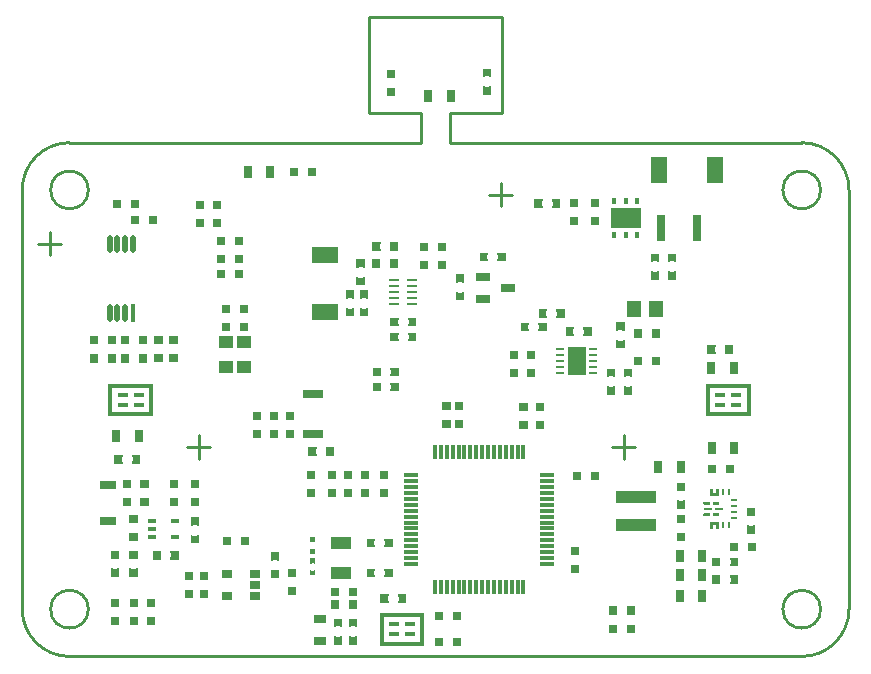
<source format=gbp>
G04 Layer_Color=128*
%FSLAX42Y42*%
%MOMM*%
G71*
G01*
G75*
%ADD15R,0.70X1.10*%
%ADD45R,0.35X2.80*%
%ADD46R,3.80X0.35*%
%ADD47R,0.95X0.45*%
%ADD48R,1.30X0.76*%
%ADD50C,0.25*%
%ADD69O,0.68X0.25*%
%ADD70R,1.65X2.38*%
%ADD73R,1.80X1.00*%
%ADD74R,0.24X0.60*%
%ADD78R,0.60X0.24*%
%ADD79R,0.75X0.40*%
%ADD80R,0.90X0.65*%
%ADD81O,0.45X1.50*%
%ADD82R,0.45X1.50*%
%ADD83R,0.30X1.19*%
%ADD84R,1.19X0.30*%
%ADD85O,1.00X0.25*%
%ADD86O,0.85X0.25*%
%ADD87R,0.45X0.50*%
%ADD88R,2.50X1.75*%
%ADD89R,1.70X0.80*%
%ADD90R,1.20X1.40*%
%ADD96R,1.20X1.10*%
%ADD97C,0.25*%
%ADD103R,1.10X0.70*%
%ADD180R,0.70X2.30*%
%ADD181R,2.30X1.40*%
%ADD182R,1.40X2.30*%
%ADD183R,3.50X1.00*%
%ADD184R,1.40X0.70*%
G36*
X5531Y861D02*
X5531Y861D01*
X5532Y860D01*
X5533Y860D01*
X5534Y859D01*
X5534Y858D01*
X5534Y857D01*
X5535Y856D01*
Y841D01*
X5534Y840D01*
X5534Y839D01*
X5534Y838D01*
X5533Y838D01*
X5532Y837D01*
X5531Y837D01*
X5531Y836D01*
X5530Y836D01*
X5468D01*
X5467Y836D01*
X5466Y837D01*
X5465Y837D01*
X5464Y838D01*
X5463Y838D01*
X5463Y839D01*
X5463Y840D01*
X5463Y841D01*
Y856D01*
X5463Y857D01*
X5463Y858D01*
X5463Y859D01*
X5464Y860D01*
X5465Y860D01*
X5466Y861D01*
X5467Y861D01*
X5468Y861D01*
X5530D01*
X5531Y861D01*
D02*
G37*
G36*
X5421Y911D02*
X5422Y911D01*
X5423Y910D01*
X5424Y910D01*
X5424Y909D01*
X5425Y908D01*
X5425Y907D01*
X5425Y906D01*
Y891D01*
X5425Y890D01*
X5425Y889D01*
X5424Y888D01*
X5424Y888D01*
X5423Y887D01*
X5422Y887D01*
X5421Y886D01*
X5420Y886D01*
X5373D01*
X5372Y886D01*
X5371Y887D01*
X5370Y887D01*
X5369Y888D01*
X5368Y888D01*
X5368Y889D01*
X5368Y890D01*
X5368Y891D01*
Y906D01*
X5368Y907D01*
X5368Y908D01*
X5368Y909D01*
X5369Y910D01*
X5370Y910D01*
X5371Y911D01*
X5372Y911D01*
X5373Y911D01*
X5420D01*
X5421Y911D01*
D02*
G37*
G36*
X5498D02*
X5499Y911D01*
X5500Y910D01*
X5501Y910D01*
X5502Y909D01*
X5502Y908D01*
X5502Y907D01*
X5503Y906D01*
Y891D01*
X5502Y890D01*
X5502Y889D01*
X5502Y888D01*
X5501Y888D01*
X5500Y887D01*
X5499Y887D01*
X5498Y886D01*
X5498Y886D01*
X5450D01*
X5449Y886D01*
X5448Y887D01*
X5447Y887D01*
X5446Y888D01*
X5446Y888D01*
X5445Y889D01*
X5445Y890D01*
X5445Y891D01*
Y906D01*
X5445Y907D01*
X5445Y908D01*
X5446Y909D01*
X5446Y910D01*
X5447Y910D01*
X5448Y911D01*
X5449Y911D01*
X5450Y911D01*
X5498D01*
X5498Y911D01*
D02*
G37*
G36*
Y811D02*
X5499Y811D01*
X5500Y810D01*
X5501Y810D01*
X5502Y809D01*
X5502Y808D01*
X5502Y807D01*
X5503Y806D01*
Y791D01*
X5502Y790D01*
X5502Y789D01*
X5502Y788D01*
X5501Y788D01*
X5500Y787D01*
X5499Y787D01*
X5498Y786D01*
X5498Y786D01*
X5450D01*
X5449Y786D01*
X5448Y787D01*
X5447Y787D01*
X5446Y788D01*
X5446Y788D01*
X5445Y789D01*
X5445Y790D01*
X5445Y791D01*
Y806D01*
X5445Y807D01*
X5445Y808D01*
X5446Y809D01*
X5446Y810D01*
X5447Y810D01*
X5448Y811D01*
X5449Y811D01*
X5450Y811D01*
X5498D01*
X5498Y811D01*
D02*
G37*
G36*
X5807Y789D02*
X5774Y793D01*
X5737Y789D01*
Y859D01*
X5807D01*
Y789D01*
D02*
G37*
G36*
X5439Y861D02*
X5439Y861D01*
X5440Y860D01*
X5441Y860D01*
X5442Y859D01*
X5442Y858D01*
X5442Y857D01*
X5443Y856D01*
Y841D01*
X5442Y840D01*
X5442Y839D01*
X5442Y838D01*
X5441Y838D01*
X5440Y837D01*
X5439Y837D01*
X5439Y836D01*
X5438Y836D01*
X5376D01*
X5375Y836D01*
X5374Y837D01*
X5373Y837D01*
X5372Y838D01*
X5371Y838D01*
X5371Y839D01*
X5371Y840D01*
X5371Y841D01*
Y856D01*
X5371Y857D01*
X5371Y858D01*
X5371Y859D01*
X5372Y860D01*
X5373Y860D01*
X5374Y861D01*
X5375Y861D01*
X5376Y861D01*
X5438D01*
X5439Y861D01*
D02*
G37*
G36*
X5211Y851D02*
X5141D01*
Y921D01*
X5176Y917D01*
X5211Y921D01*
Y851D01*
D02*
G37*
G36*
X1095Y875D02*
X1025D01*
Y945D01*
X1060Y941D01*
X1095Y945D01*
Y875D01*
D02*
G37*
G36*
X5494Y1019D02*
X5494Y1018D01*
X5495Y1018D01*
X5496Y1017D01*
X5497Y1016D01*
X5497Y1016D01*
X5497Y1015D01*
X5498Y1014D01*
Y979D01*
Y964D01*
X5497Y963D01*
X5497Y962D01*
X5497Y961D01*
X5497Y961D01*
X5496Y960D01*
X5496D01*
Y960D01*
X5495Y960D01*
X5495Y959D01*
X5494Y959D01*
X5494Y959D01*
X5493Y959D01*
X5428D01*
X5427Y959D01*
X5426Y959D01*
X5425Y959D01*
X5425Y960D01*
X5424Y960D01*
Y960D01*
X5424D01*
X5423Y961D01*
X5423Y961D01*
X5423Y962D01*
X5423Y963D01*
X5423Y964D01*
Y979D01*
Y1014D01*
X5423Y1015D01*
X5423Y1016D01*
X5423Y1016D01*
X5424Y1017D01*
X5425Y1018D01*
X5426Y1018D01*
X5427Y1019D01*
X5428Y1019D01*
X5443D01*
X5444Y1019D01*
X5444Y1018D01*
X5445Y1018D01*
X5446Y1017D01*
X5447Y1016D01*
X5447Y1016D01*
X5447Y1015D01*
X5448Y1014D01*
Y984D01*
X5473D01*
Y1014D01*
X5473Y1015D01*
X5473Y1016D01*
X5473Y1016D01*
X5474Y1017D01*
X5475Y1018D01*
X5476Y1018D01*
X5477Y1019D01*
X5478Y1019D01*
X5493D01*
X5494Y1019D01*
D02*
G37*
G36*
X5211Y1001D02*
X5178Y1005D01*
X5141Y1001D01*
Y1071D01*
X5211D01*
Y1001D01*
D02*
G37*
G36*
X523Y875D02*
X453D01*
Y945D01*
X486Y941D01*
X523Y945D01*
Y875D01*
D02*
G37*
G36*
X920D02*
X850D01*
Y945D01*
X883Y941D01*
X920Y945D01*
Y875D01*
D02*
G37*
G36*
X670Y875D02*
X600D01*
Y945D01*
X635Y941D01*
X670Y945D01*
Y875D01*
D02*
G37*
G36*
X2082Y568D02*
X2060Y571D01*
X2038Y568D01*
Y612D01*
X2082D01*
Y568D01*
D02*
G37*
G36*
X1095Y558D02*
X1025D01*
Y628D01*
X1058Y624D01*
X1095Y628D01*
Y558D01*
D02*
G37*
G36*
X578Y578D02*
X508D01*
Y648D01*
X541Y644D01*
X578Y648D01*
Y578D01*
D02*
G37*
G36*
X2735Y525D02*
X2665D01*
X2669Y560D01*
X2665Y595D01*
X2735D01*
Y525D01*
D02*
G37*
G36*
X1366Y575D02*
X1370Y540D01*
X1300D01*
Y610D01*
X1370D01*
X1366Y575D01*
D02*
G37*
G36*
X1520Y540D02*
X1450D01*
X1454Y573D01*
X1450Y610D01*
X1520D01*
Y540D01*
D02*
G37*
G36*
X5211Y579D02*
X5141D01*
Y649D01*
X5174Y645D01*
X5211Y649D01*
Y579D01*
D02*
G37*
G36*
X578Y728D02*
X543Y732D01*
X508Y728D01*
Y798D01*
X578D01*
Y728D01*
D02*
G37*
G36*
X5211Y729D02*
X5176Y733D01*
X5141Y729D01*
Y799D01*
X5211D01*
Y729D01*
D02*
G37*
G36*
X5421Y811D02*
X5422Y811D01*
X5423Y810D01*
X5424Y810D01*
X5424Y809D01*
X5425Y808D01*
X5425Y807D01*
X5425Y806D01*
Y791D01*
X5425Y790D01*
X5425Y789D01*
X5424Y788D01*
X5424Y788D01*
X5423Y787D01*
X5422Y787D01*
X5421Y786D01*
X5420Y786D01*
X5373D01*
X5372Y786D01*
X5371Y787D01*
X5370Y787D01*
X5369Y788D01*
X5368Y788D01*
X5368Y789D01*
X5368Y790D01*
X5368Y791D01*
Y806D01*
X5368Y807D01*
X5368Y808D01*
X5368Y809D01*
X5369Y810D01*
X5370Y810D01*
X5371Y811D01*
X5372Y811D01*
X5373Y811D01*
X5420D01*
X5421Y811D01*
D02*
G37*
G36*
X5494Y739D02*
X5494Y738D01*
X5495Y738D01*
X5495Y738D01*
X5496Y737D01*
Y737D01*
X5496D01*
X5497Y736D01*
X5497Y736D01*
X5497Y736D01*
X5497Y735D01*
X5498Y734D01*
Y684D01*
X5497Y683D01*
X5497Y682D01*
X5497Y681D01*
X5496Y680D01*
X5495Y680D01*
X5494Y679D01*
X5494Y679D01*
X5493Y679D01*
X5478D01*
X5477Y679D01*
X5476Y679D01*
X5475Y680D01*
X5474Y680D01*
X5473Y681D01*
X5473Y682D01*
X5473Y683D01*
X5473Y684D01*
Y714D01*
X5448D01*
Y684D01*
X5447Y683D01*
X5447Y682D01*
X5447Y681D01*
X5446Y680D01*
X5445Y680D01*
X5444Y679D01*
X5444Y679D01*
X5443Y679D01*
X5428D01*
X5427Y679D01*
X5426Y679D01*
X5425Y680D01*
X5424Y680D01*
X5423Y681D01*
X5423Y682D01*
X5423Y683D01*
X5423Y684D01*
Y719D01*
Y734D01*
X5423Y735D01*
X5423Y736D01*
X5423Y736D01*
X5423Y736D01*
X5424Y737D01*
X5424D01*
Y737D01*
X5425Y738D01*
X5425Y738D01*
X5426Y738D01*
X5427Y739D01*
X5428Y739D01*
X5493D01*
X5494Y739D01*
D02*
G37*
G36*
X5807Y639D02*
X5737D01*
Y709D01*
X5772Y705D01*
X5807Y709D01*
Y639D01*
D02*
G37*
G36*
X1095Y708D02*
X1060Y712D01*
X1025Y708D01*
Y778D01*
X1095D01*
Y708D01*
D02*
G37*
G36*
X5471Y1188D02*
X5475Y1153D01*
X5405D01*
Y1223D01*
X5475D01*
X5471Y1188D01*
D02*
G37*
G36*
X5625Y1153D02*
X5555D01*
X5559Y1186D01*
X5555Y1223D01*
X5625D01*
Y1153D01*
D02*
G37*
G36*
X446Y1270D02*
X450Y1233D01*
X380D01*
Y1303D01*
X450D01*
X446Y1270D01*
D02*
G37*
G36*
X2395Y1100D02*
X2362Y1104D01*
X2325Y1100D01*
Y1170D01*
X2395D01*
Y1100D01*
D02*
G37*
G36*
X2535D02*
X2502Y1104D01*
X2465Y1100D01*
Y1170D01*
X2535D01*
Y1100D01*
D02*
G37*
G36*
X2700D02*
X2667Y1104D01*
X2630Y1100D01*
Y1170D01*
X2700D01*
Y1100D01*
D02*
G37*
G36*
X600Y1233D02*
X530D01*
X534Y1268D01*
X530Y1303D01*
X600D01*
Y1233D01*
D02*
G37*
G36*
X1764Y1448D02*
X1694D01*
Y1518D01*
X1727Y1514D01*
X1764Y1518D01*
Y1448D01*
D02*
G37*
G36*
X1903D02*
X1833D01*
Y1518D01*
X1866Y1514D01*
X1903Y1518D01*
Y1448D01*
D02*
G37*
G36*
X3880Y1525D02*
X3810D01*
Y1595D01*
X3845Y1591D01*
X3880Y1595D01*
Y1525D01*
D02*
G37*
G36*
X2089Y1337D02*
X2092Y1300D01*
X2023D01*
Y1370D01*
X2092D01*
X2089Y1337D01*
D02*
G37*
G36*
X2242Y1300D02*
X2173D01*
X2176Y1335D01*
X2173Y1370D01*
X2242D01*
Y1300D01*
D02*
G37*
G36*
X1625Y1448D02*
X1555D01*
Y1518D01*
X1588Y1514D01*
X1625Y1518D01*
Y1448D01*
D02*
G37*
G36*
X2535Y950D02*
X2465D01*
Y1020D01*
X2500Y1016D01*
X2535Y1020D01*
Y950D01*
D02*
G37*
G36*
X2700D02*
X2630D01*
Y1020D01*
X2665Y1016D01*
X2700Y1020D01*
Y950D01*
D02*
G37*
G36*
X523Y1025D02*
X488Y1029D01*
X453Y1025D01*
Y1095D01*
X523D01*
Y1025D01*
D02*
G37*
G36*
X2078Y950D02*
X2008D01*
Y1020D01*
X2043Y1016D01*
X2078Y1020D01*
Y950D01*
D02*
G37*
G36*
X2257D02*
X2187D01*
Y1020D01*
X2222Y1016D01*
X2257Y1020D01*
Y950D01*
D02*
G37*
G36*
X2395D02*
X2325D01*
Y1020D01*
X2360Y1016D01*
X2395Y1020D01*
Y950D01*
D02*
G37*
G36*
X920Y1025D02*
X885Y1029D01*
X850Y1025D01*
Y1095D01*
X920D01*
Y1025D01*
D02*
G37*
G36*
X4484Y1095D02*
X4414D01*
X4418Y1128D01*
X4414Y1165D01*
X4484D01*
Y1095D01*
D02*
G37*
G36*
X2078Y1100D02*
X2045Y1104D01*
X2008Y1100D01*
Y1170D01*
X2078D01*
Y1100D01*
D02*
G37*
G36*
X2257D02*
X2224Y1104D01*
X2187Y1100D01*
Y1170D01*
X2257D01*
Y1100D01*
D02*
G37*
G36*
X670Y1025D02*
X637Y1029D01*
X600Y1025D01*
Y1095D01*
X670D01*
Y1025D01*
D02*
G37*
G36*
X1095D02*
X1062Y1029D01*
X1025Y1025D01*
Y1095D01*
X1095D01*
Y1025D01*
D02*
G37*
G36*
X4330Y1130D02*
X4334Y1095D01*
X4264D01*
Y1165D01*
X4334D01*
X4330Y1130D01*
D02*
G37*
G36*
X2435Y5D02*
X2365D01*
X2369Y40D01*
X2365Y75D01*
X2435D01*
Y5D01*
D02*
G37*
G36*
X583Y16D02*
X548Y20D01*
X513Y16D01*
Y86D01*
X583D01*
Y16D01*
D02*
G37*
G36*
X418Y16D02*
X385Y20D01*
X348Y16D01*
Y86D01*
X418D01*
Y16D01*
D02*
G37*
G36*
X4634Y-8D02*
X4638Y-45D01*
X4568D01*
Y25D01*
X4638D01*
X4634Y-8D01*
D02*
G37*
G36*
X4788Y-45D02*
X4718D01*
X4722Y-10D01*
X4718Y25D01*
X4788D01*
Y-45D01*
D02*
G37*
G36*
X2281Y42D02*
X2285Y5D01*
X2215D01*
Y75D01*
X2285D01*
X2281Y42D01*
D02*
G37*
G36*
X722Y16D02*
X689Y20D01*
X653Y16D01*
Y86D01*
X722D01*
Y16D01*
D02*
G37*
G36*
X2435Y113D02*
X2365D01*
X2369Y146D01*
X2365Y183D01*
X2435D01*
Y113D01*
D02*
G37*
G36*
X1175Y95D02*
X1105D01*
Y165D01*
X1138Y161D01*
X1175Y165D01*
Y95D01*
D02*
G37*
G36*
X1050Y95D02*
X980D01*
Y165D01*
X1015Y161D01*
X1050Y165D01*
Y95D01*
D02*
G37*
G36*
X2699Y92D02*
X2702Y55D01*
X2633D01*
Y125D01*
X2702D01*
X2699Y92D01*
D02*
G37*
G36*
X2852Y55D02*
X2783D01*
X2786Y90D01*
X2783Y125D01*
X2852D01*
Y55D01*
D02*
G37*
G36*
X2281Y148D02*
X2285Y113D01*
X2215D01*
Y183D01*
X2285D01*
X2281Y148D01*
D02*
G37*
G36*
X2435Y-300D02*
X2365D01*
Y-230D01*
X2398Y-234D01*
X2435Y-230D01*
Y-300D01*
D02*
G37*
G36*
X4634Y-167D02*
X4638Y-203D01*
X4568D01*
Y-133D01*
X4638D01*
X4634Y-167D01*
D02*
G37*
G36*
X4788Y-203D02*
X4718D01*
X4722Y-170D01*
X4718Y-133D01*
X4788D01*
Y-203D01*
D02*
G37*
G36*
X3159Y-278D02*
X3163Y-312D01*
X3093D01*
Y-242D01*
X3163D01*
X3159Y-278D01*
D02*
G37*
G36*
X3313Y-312D02*
X3243D01*
X3247Y-280D01*
X3243Y-242D01*
X3313D01*
Y-312D01*
D02*
G37*
G36*
X2310Y-300D02*
X2240D01*
Y-230D01*
X2273Y-234D01*
X2310Y-230D01*
Y-300D01*
D02*
G37*
G36*
Y-150D02*
X2275Y-146D01*
X2240Y-150D01*
Y-80D01*
X2310D01*
Y-150D01*
D02*
G37*
G36*
X583Y-134D02*
X513D01*
Y-64D01*
X546Y-68D01*
X583Y-64D01*
Y-134D01*
D02*
G37*
G36*
X418Y-134D02*
X348D01*
Y-64D01*
X383Y-68D01*
X418Y-64D01*
Y-134D01*
D02*
G37*
G36*
X722D02*
X653D01*
Y-64D01*
X688Y-68D01*
X722Y-64D01*
Y-134D01*
D02*
G37*
G36*
X2435Y-150D02*
X2400Y-146D01*
X2365Y-150D01*
Y-80D01*
X2435D01*
Y-150D01*
D02*
G37*
G36*
X3159Y-57D02*
X3163Y-93D01*
X3093D01*
Y-22D01*
X3163D01*
X3159Y-57D01*
D02*
G37*
G36*
X3313Y-93D02*
X3243D01*
X3247Y-60D01*
X3243Y-22D01*
X3313D01*
Y-93D01*
D02*
G37*
G36*
X1775Y412D02*
X1742Y416D01*
X1705Y412D01*
Y482D01*
X1775D01*
Y412D01*
D02*
G37*
G36*
X771Y457D02*
X775Y420D01*
X705D01*
Y490D01*
X775D01*
X771Y457D01*
D02*
G37*
G36*
X925Y420D02*
X855D01*
X859Y455D01*
X855Y490D01*
X925D01*
Y420D01*
D02*
G37*
G36*
X5662Y362D02*
X5592D01*
X5597Y397D01*
X5592Y432D01*
X5662D01*
Y362D01*
D02*
G37*
G36*
X4317Y305D02*
X4247D01*
Y375D01*
X4283Y371D01*
X4317Y375D01*
Y305D01*
D02*
G37*
G36*
X2082Y386D02*
X2060Y388D01*
X2038Y386D01*
Y430D01*
X2082D01*
Y386D01*
D02*
G37*
G36*
X418Y425D02*
X385Y429D01*
X348Y425D01*
Y495D01*
X418D01*
Y425D01*
D02*
G37*
G36*
X5812Y492D02*
X5742D01*
X5747Y527D01*
X5742Y562D01*
X5812D01*
Y492D01*
D02*
G37*
G36*
X2082Y468D02*
X2038D01*
Y512D01*
X2060Y509D01*
X2082Y512D01*
Y468D01*
D02*
G37*
G36*
X2581Y562D02*
X2585Y525D01*
X2515D01*
Y595D01*
X2585D01*
X2581Y562D01*
D02*
G37*
G36*
X578Y425D02*
X543Y429D01*
X508Y425D01*
Y495D01*
X578D01*
Y425D01*
D02*
G37*
G36*
X4317Y455D02*
X4285Y459D01*
X4247Y455D01*
Y525D01*
X4317D01*
Y455D01*
D02*
G37*
G36*
X5658Y529D02*
X5662Y492D01*
X5592D01*
Y562D01*
X5662D01*
X5658Y529D01*
D02*
G37*
G36*
X1175Y245D02*
X1140Y249D01*
X1105Y245D01*
Y315D01*
X1175D01*
Y245D01*
D02*
G37*
G36*
X1050Y245D02*
X1017Y249D01*
X980Y245D01*
Y315D01*
X1050D01*
Y245D01*
D02*
G37*
G36*
X1919Y270D02*
X1884Y274D01*
X1849Y270D01*
Y340D01*
X1919D01*
Y270D01*
D02*
G37*
G36*
Y120D02*
X1849D01*
Y190D01*
X1882Y186D01*
X1919Y190D01*
Y120D01*
D02*
G37*
G36*
X5508Y253D02*
X5512Y217D01*
X5442D01*
Y288D01*
X5512D01*
X5508Y253D01*
D02*
G37*
G36*
X5662Y217D02*
X5592D01*
X5597Y251D01*
X5592Y288D01*
X5662D01*
Y217D01*
D02*
G37*
G36*
X2581Y310D02*
X2585Y272D01*
X2515D01*
Y342D01*
X2585D01*
X2581Y310D01*
D02*
G37*
G36*
X418Y275D02*
X348D01*
Y345D01*
X383Y341D01*
X418Y345D01*
Y275D01*
D02*
G37*
G36*
X578Y275D02*
X508D01*
Y345D01*
X541Y341D01*
X578Y345D01*
Y275D01*
D02*
G37*
G36*
X5508Y399D02*
X5512Y362D01*
X5442D01*
Y432D01*
X5512D01*
X5508Y399D01*
D02*
G37*
G36*
X2735Y272D02*
X2665D01*
X2669Y308D01*
X2665Y342D01*
X2735D01*
Y272D01*
D02*
G37*
G36*
X2082Y286D02*
X2038D01*
Y330D01*
X2060Y327D01*
X2082Y330D01*
Y286D01*
D02*
G37*
G36*
X1775Y262D02*
X1705D01*
Y333D01*
X1740Y329D01*
X1775Y333D01*
Y262D01*
D02*
G37*
G36*
X2629Y2926D02*
X2633Y2891D01*
X2563D01*
Y2961D01*
X2633D01*
X2629Y2926D01*
D02*
G37*
G36*
X2783Y2891D02*
X2713D01*
X2717Y2924D01*
X2713Y2961D01*
X2783D01*
Y2891D01*
D02*
G37*
G36*
X1314Y2967D02*
X1318Y2930D01*
X1248D01*
Y3000D01*
X1318D01*
X1314Y2967D01*
D02*
G37*
G36*
X4994Y2790D02*
X4924D01*
Y2860D01*
X4959Y2856D01*
X4994Y2860D01*
Y2790D01*
D02*
G37*
G36*
X5136D02*
X5066D01*
Y2860D01*
X5101Y2856D01*
X5136Y2860D01*
Y2790D01*
D02*
G37*
G36*
X2500Y2891D02*
X2467Y2895D01*
X2430Y2891D01*
Y2961D01*
X2500D01*
Y2891D01*
D02*
G37*
G36*
X1468Y2930D02*
X1398D01*
X1402Y2965D01*
X1398Y3000D01*
X1468D01*
Y2930D01*
D02*
G37*
G36*
X3692Y2948D02*
X3622D01*
X3626Y2983D01*
X3622Y3018D01*
X3692D01*
Y2948D01*
D02*
G37*
G36*
X3037Y2882D02*
X2967D01*
Y2952D01*
X3002Y2948D01*
X3037Y2952D01*
Y2882D01*
D02*
G37*
G36*
X3187D02*
X3117D01*
Y2952D01*
X3152Y2948D01*
X3187Y2952D01*
Y2882D01*
D02*
G37*
G36*
X4994Y2940D02*
X4961Y2944D01*
X4924Y2940D01*
Y3010D01*
X4994D01*
Y2940D01*
D02*
G37*
G36*
X5136D02*
X5103Y2944D01*
X5066Y2940D01*
Y3010D01*
X5136D01*
Y2940D01*
D02*
G37*
G36*
X3538Y2985D02*
X3542Y2948D01*
X3472D01*
Y3018D01*
X3542D01*
X3538Y2985D01*
D02*
G37*
G36*
X1514Y2508D02*
X1481Y2511D01*
X1444Y2508D01*
Y2577D01*
X1514D01*
Y2508D01*
D02*
G37*
G36*
X2410Y2480D02*
X2340D01*
Y2550D01*
X2373Y2546D01*
X2410Y2550D01*
Y2480D01*
D02*
G37*
G36*
X2528Y2480D02*
X2458D01*
Y2550D01*
X2493Y2546D01*
X2528Y2550D01*
Y2480D01*
D02*
G37*
G36*
X4038Y2502D02*
X4042Y2467D01*
X3972D01*
Y2538D01*
X4042D01*
X4038Y2502D01*
D02*
G37*
G36*
X4192Y2467D02*
X4122D01*
X4126Y2500D01*
X4122Y2538D01*
X4192D01*
Y2467D01*
D02*
G37*
G36*
X1357Y2508D02*
X1324Y2511D01*
X1288Y2508D01*
Y2577D01*
X1357D01*
Y2508D01*
D02*
G37*
G36*
X2410Y2630D02*
X2375Y2634D01*
X2340Y2630D01*
Y2700D01*
X2410D01*
Y2630D01*
D02*
G37*
G36*
X1314Y2839D02*
X1318Y2802D01*
X1248D01*
Y2872D01*
X1318D01*
X1314Y2839D01*
D02*
G37*
G36*
X1468Y2802D02*
X1398D01*
X1402Y2837D01*
X1398Y2872D01*
X1468D01*
Y2802D01*
D02*
G37*
G36*
X2500Y2741D02*
X2430D01*
Y2811D01*
X2465Y2807D01*
X2500Y2811D01*
Y2741D01*
D02*
G37*
G36*
X2528Y2630D02*
X2495Y2634D01*
X2458Y2630D01*
Y2700D01*
X2528D01*
Y2630D01*
D02*
G37*
G36*
X3342Y2615D02*
X3272D01*
Y2685D01*
X3306Y2681D01*
X3342Y2685D01*
Y2615D01*
D02*
G37*
G36*
Y2765D02*
X3308Y2769D01*
X3272Y2765D01*
Y2835D01*
X3342D01*
Y2765D01*
D02*
G37*
G36*
X4003Y3437D02*
X4007Y3400D01*
X3937D01*
Y3470D01*
X4007D01*
X4003Y3437D01*
D02*
G37*
G36*
X4157Y3400D02*
X4087D01*
X4091Y3435D01*
X4087Y3470D01*
X4157D01*
Y3400D01*
D02*
G37*
G36*
X4304Y3403D02*
X4271Y3406D01*
X4234Y3403D01*
Y3472D01*
X4304D01*
Y3403D01*
D02*
G37*
G36*
X1143Y3385D02*
X1110Y3389D01*
X1073Y3385D01*
Y3455D01*
X1143D01*
Y3385D01*
D02*
G37*
G36*
X436Y3430D02*
X440Y3395D01*
X370D01*
Y3465D01*
X440D01*
X436Y3430D01*
D02*
G37*
G36*
X590Y3395D02*
X520D01*
X524Y3428D01*
X520Y3465D01*
X590D01*
Y3395D01*
D02*
G37*
G36*
X4483Y3403D02*
X4449Y3406D01*
X4412Y3403D01*
Y3472D01*
X4483D01*
Y3403D01*
D02*
G37*
G36*
X3571Y4357D02*
X3501D01*
Y4427D01*
X3534Y4423D01*
X3571Y4427D01*
Y4357D01*
D02*
G37*
G36*
X2756Y4495D02*
X2723Y4499D01*
X2686Y4495D01*
Y4565D01*
X2756D01*
Y4495D01*
D02*
G37*
G36*
X3571Y4507D02*
X3536Y4511D01*
X3501Y4507D01*
Y4577D01*
X3571D01*
Y4507D01*
D02*
G37*
G36*
X1933Y3700D02*
X1938Y3665D01*
X1867D01*
Y3735D01*
X1938D01*
X1933Y3700D01*
D02*
G37*
G36*
X2088Y3665D02*
X2017D01*
X2022Y3698D01*
X2017Y3735D01*
X2088D01*
Y3665D01*
D02*
G37*
G36*
X2756Y4345D02*
X2686D01*
Y4415D01*
X2721Y4411D01*
X2756Y4415D01*
Y4345D01*
D02*
G37*
G36*
X2784Y3037D02*
X2714D01*
X2718Y3070D01*
X2714Y3107D01*
X2784D01*
Y3037D01*
D02*
G37*
G36*
X1314Y3117D02*
X1318Y3080D01*
X1248D01*
Y3150D01*
X1318D01*
X1314Y3117D01*
D02*
G37*
G36*
X1468Y3080D02*
X1398D01*
X1402Y3115D01*
X1398Y3150D01*
X1468D01*
Y3080D01*
D02*
G37*
G36*
X3037Y3032D02*
X3004Y3036D01*
X2967Y3032D01*
Y3102D01*
X3037D01*
Y3032D01*
D02*
G37*
G36*
X3187D02*
X3154Y3036D01*
X3117Y3032D01*
Y3102D01*
X3187D01*
Y3032D01*
D02*
G37*
G36*
X2630Y3072D02*
X2634Y3037D01*
X2564D01*
Y3107D01*
X2634D01*
X2630Y3072D01*
D02*
G37*
G36*
X586Y3297D02*
X590Y3262D01*
X520D01*
Y3333D01*
X590D01*
X586Y3297D01*
D02*
G37*
G36*
X4304Y3253D02*
X4234D01*
Y3322D01*
X4269Y3319D01*
X4304Y3322D01*
Y3253D01*
D02*
G37*
G36*
X4483D02*
X4412D01*
Y3322D01*
X4447Y3319D01*
X4483Y3322D01*
Y3253D01*
D02*
G37*
G36*
X1282Y3385D02*
X1248Y3389D01*
X1212Y3385D01*
Y3455D01*
X1282D01*
Y3385D01*
D02*
G37*
G36*
X740Y3262D02*
X670D01*
X674Y3296D01*
X670Y3333D01*
X740D01*
Y3262D01*
D02*
G37*
G36*
X1282Y3235D02*
X1212D01*
Y3305D01*
X1245Y3301D01*
X1282Y3305D01*
Y3235D01*
D02*
G37*
G36*
X1143Y3235D02*
X1073D01*
Y3305D01*
X1108Y3301D01*
X1143Y3305D01*
Y3235D01*
D02*
G37*
G36*
X2634Y2013D02*
X2638Y1976D01*
X2568D01*
Y2046D01*
X2638D01*
X2634Y2013D01*
D02*
G37*
G36*
X2788Y1976D02*
X2718D01*
X2722Y2011D01*
X2718Y2046D01*
X2788D01*
Y1976D01*
D02*
G37*
G36*
X3798Y1968D02*
X3728D01*
Y2038D01*
X3761Y2034D01*
X3798Y2038D01*
Y1968D01*
D02*
G37*
G36*
X4765Y1817D02*
X4695D01*
Y1888D01*
X4730Y1883D01*
X4765Y1888D01*
Y1817D01*
D02*
G37*
G36*
X4620Y1967D02*
X4587Y1972D01*
X4550Y1967D01*
Y2038D01*
X4620D01*
Y1967D01*
D02*
G37*
G36*
X4765D02*
X4732Y1972D01*
X4695Y1967D01*
Y2038D01*
X4765D01*
Y1967D01*
D02*
G37*
G36*
X3940Y1968D02*
X3870D01*
Y2038D01*
X3903Y2034D01*
X3940Y2038D01*
Y1968D01*
D02*
G37*
G36*
X656Y2087D02*
X586D01*
X590Y2122D01*
X586Y2157D01*
X656D01*
Y2087D01*
D02*
G37*
G36*
X238Y2122D02*
X242Y2087D01*
X173D01*
Y2157D01*
X242D01*
X238Y2122D01*
D02*
G37*
G36*
X392Y2087D02*
X322D01*
X327Y2120D01*
X322Y2157D01*
X392D01*
Y2087D01*
D02*
G37*
G36*
X4844Y2102D02*
X4847Y2067D01*
X4778D01*
Y2138D01*
X4847D01*
X4844Y2102D01*
D02*
G37*
G36*
X4997Y2067D02*
X4928D01*
X4931Y2100D01*
X4928Y2138D01*
X4997D01*
Y2067D01*
D02*
G37*
G36*
X502Y2124D02*
X506Y2087D01*
X436D01*
Y2157D01*
X506D01*
X502Y2124D01*
D02*
G37*
G36*
X1903Y1598D02*
X1868Y1601D01*
X1833Y1598D01*
Y1667D01*
X1903D01*
Y1598D01*
D02*
G37*
G36*
X3227Y1535D02*
X3157D01*
Y1605D01*
X3192Y1601D01*
X3227Y1605D01*
Y1535D01*
D02*
G37*
G36*
X3335D02*
X3265D01*
Y1605D01*
X3300Y1601D01*
X3335Y1605D01*
Y1535D01*
D02*
G37*
G36*
X4017Y1525D02*
X3947D01*
Y1595D01*
X3983Y1591D01*
X4017Y1595D01*
Y1525D01*
D02*
G37*
G36*
X1625Y1598D02*
X1590Y1601D01*
X1555Y1598D01*
Y1667D01*
X1625D01*
Y1598D01*
D02*
G37*
G36*
X1764D02*
X1729Y1601D01*
X1694Y1598D01*
Y1667D01*
X1764D01*
Y1598D01*
D02*
G37*
G36*
X3880Y1675D02*
X3847Y1679D01*
X3810Y1675D01*
Y1745D01*
X3880D01*
Y1675D01*
D02*
G37*
G36*
X2634Y1881D02*
X2638Y1846D01*
X2568D01*
Y1916D01*
X2638D01*
X2634Y1881D01*
D02*
G37*
G36*
X2788Y1846D02*
X2718D01*
X2722Y1879D01*
X2718Y1916D01*
X2788D01*
Y1846D01*
D02*
G37*
G36*
X4620Y1817D02*
X4550D01*
Y1888D01*
X4585Y1883D01*
X4620Y1888D01*
Y1817D01*
D02*
G37*
G36*
X4017Y1675D02*
X3985Y1679D01*
X3947Y1675D01*
Y1745D01*
X4017D01*
Y1675D01*
D02*
G37*
G36*
X3227Y1685D02*
X3194Y1689D01*
X3157Y1685D01*
Y1755D01*
X3227D01*
Y1685D01*
D02*
G37*
G36*
X3335D02*
X3302Y1689D01*
X3265Y1685D01*
Y1755D01*
X3335D01*
Y1685D01*
D02*
G37*
G36*
X4997Y2300D02*
X4928D01*
X4931Y2333D01*
X4928Y2370D01*
X4997D01*
Y2300D01*
D02*
G37*
G36*
X4266Y2352D02*
X4270Y2317D01*
X4200D01*
Y2388D01*
X4270D01*
X4266Y2352D01*
D02*
G37*
G36*
X4420Y2317D02*
X4350D01*
X4354Y2350D01*
X4350Y2388D01*
X4420D01*
Y2317D01*
D02*
G37*
G36*
X2938Y2267D02*
X2867D01*
X2872Y2302D01*
X2867Y2338D01*
X2938D01*
Y2267D01*
D02*
G37*
G36*
X4700Y2209D02*
X4630D01*
Y2279D01*
X4663Y2275D01*
X4700Y2279D01*
Y2209D01*
D02*
G37*
G36*
X4844Y2335D02*
X4847Y2300D01*
X4778D01*
Y2370D01*
X4847D01*
X4844Y2335D01*
D02*
G37*
G36*
X3886Y2391D02*
X3890Y2354D01*
X3820D01*
Y2424D01*
X3890D01*
X3886Y2391D01*
D02*
G37*
G36*
X2938Y2395D02*
X2867D01*
X2872Y2430D01*
X2867Y2465D01*
X2938D01*
Y2395D01*
D02*
G37*
G36*
X1357Y2358D02*
X1288D01*
Y2427D01*
X1323Y2424D01*
X1357Y2427D01*
Y2358D01*
D02*
G37*
G36*
X1514D02*
X1444D01*
Y2427D01*
X1479Y2424D01*
X1514Y2427D01*
Y2358D01*
D02*
G37*
G36*
X4040Y2354D02*
X3970D01*
X3974Y2389D01*
X3970Y2424D01*
X4040D01*
Y2354D01*
D02*
G37*
G36*
X4700Y2359D02*
X4665Y2363D01*
X4630Y2359D01*
Y2429D01*
X4700D01*
Y2359D01*
D02*
G37*
G36*
X2783Y2432D02*
X2788Y2395D01*
X2717D01*
Y2465D01*
X2788D01*
X2783Y2432D01*
D02*
G37*
G36*
X915Y2095D02*
X845D01*
Y2165D01*
X880Y2161D01*
X915Y2165D01*
Y2095D01*
D02*
G37*
G36*
X5466Y2198D02*
X5470Y2162D01*
X5400D01*
Y2233D01*
X5470D01*
X5466Y2198D01*
D02*
G37*
G36*
X5620Y2162D02*
X5550D01*
X5554Y2195D01*
X5550Y2233D01*
X5620D01*
Y2162D01*
D02*
G37*
G36*
X3798Y2118D02*
X3763Y2122D01*
X3728Y2118D01*
Y2188D01*
X3798D01*
Y2118D01*
D02*
G37*
G36*
X3940D02*
X3905Y2122D01*
X3870Y2118D01*
Y2188D01*
X3940D01*
Y2118D01*
D02*
G37*
G36*
X788Y2095D02*
X718D01*
Y2165D01*
X753Y2161D01*
X788Y2165D01*
Y2095D01*
D02*
G37*
G36*
X502Y2282D02*
X506Y2245D01*
X436D01*
Y2315D01*
X506D01*
X502Y2282D01*
D02*
G37*
G36*
X788Y2245D02*
X755Y2249D01*
X718Y2245D01*
Y2315D01*
X788D01*
Y2245D01*
D02*
G37*
G36*
X915D02*
X882Y2249D01*
X845Y2245D01*
Y2315D01*
X915D01*
Y2245D01*
D02*
G37*
G36*
X2783Y2305D02*
X2788Y2267D01*
X2717D01*
Y2338D01*
X2788D01*
X2783Y2305D01*
D02*
G37*
G36*
X656Y2245D02*
X586D01*
X590Y2280D01*
X586Y2315D01*
X656D01*
Y2245D01*
D02*
G37*
G36*
X238Y2280D02*
X242Y2245D01*
X173D01*
Y2315D01*
X242D01*
X238Y2280D01*
D02*
G37*
G36*
X392Y2245D02*
X322D01*
X327Y2278D01*
X322Y2315D01*
X392D01*
Y2245D01*
D02*
G37*
D15*
X5167Y287D02*
D03*
X5357D02*
D03*
X5167Y112D02*
D03*
X5357D02*
D03*
X5167Y447D02*
D03*
X5357D02*
D03*
X4987Y1203D02*
D03*
X5177D02*
D03*
X5630Y1365D02*
D03*
X5440D02*
D03*
X1700Y3705D02*
D03*
X1510D02*
D03*
X3228Y4345D02*
D03*
X3038D02*
D03*
X396Y1470D02*
D03*
X586D02*
D03*
X5625Y2042D02*
D03*
X5435D02*
D03*
D45*
X345Y1772D02*
D03*
X691D02*
D03*
X5405Y1772D02*
D03*
X5750D02*
D03*
X2643Y-171D02*
D03*
X2988D02*
D03*
D46*
X518Y1894D02*
D03*
Y1649D02*
D03*
X5578Y1894D02*
D03*
Y1649D02*
D03*
X2815Y-49D02*
D03*
Y-294D02*
D03*
D47*
X451Y1814D02*
D03*
X586D02*
D03*
X451Y1729D02*
D03*
X586D02*
D03*
X5510Y1814D02*
D03*
X5645D02*
D03*
X5510Y1729D02*
D03*
X5645D02*
D03*
X2748Y-129D02*
D03*
X2883D02*
D03*
X2748Y-214D02*
D03*
X2883D02*
D03*
D48*
X3715Y2717D02*
D03*
X3505Y2812D02*
D03*
Y2623D02*
D03*
D50*
X6360Y0D02*
G03*
X6360Y0I-160J0D01*
G01*
Y3550D02*
G03*
X6360Y3550I-160J0D01*
G01*
X160D02*
G03*
X160Y3550I-160J0D01*
G01*
Y0D02*
G03*
X160Y0I-160J0D01*
G01*
X6600Y3550D02*
G03*
X6200Y3950I-400J0D01*
G01*
X0D02*
G03*
X-400Y3550I0J-400D01*
G01*
Y0D02*
G03*
X0Y-400I400J0D01*
G01*
X6200D02*
G03*
X6600Y0I0J400D01*
G01*
X5350Y3950D02*
X5600D01*
X3225D02*
X5350D01*
X5350D02*
X5350Y3950D01*
X2974Y4199D02*
X2975D01*
X2974Y4200D02*
X2974Y4199D01*
X2541Y4200D02*
X2974D01*
X2975Y3950D02*
Y4199D01*
X2975Y3950D02*
X2975Y3950D01*
X5600D02*
X6200D01*
X600Y3950D02*
X2975D01*
X0Y3950D02*
X600Y3950D01*
X6600Y0D02*
Y3550D01*
X-400Y0D02*
Y3550D01*
X0Y-400D02*
X6200D01*
X3225Y3950D02*
Y4200D01*
X2540Y4199D02*
Y5015D01*
X3660D01*
Y4200D02*
Y5015D01*
X3225Y4200D02*
X3660D01*
X2541Y4200D02*
X2541Y4200D01*
D69*
X4154Y2003D02*
D03*
Y2053D02*
D03*
Y2103D02*
D03*
Y2153D02*
D03*
Y2203D02*
D03*
X4436D02*
D03*
Y2153D02*
D03*
Y2103D02*
D03*
Y2053D02*
D03*
Y2003D02*
D03*
D70*
X4295Y2103D02*
D03*
D73*
X2302Y558D02*
D03*
Y308D02*
D03*
D74*
X5585Y989D02*
D03*
X5535D02*
D03*
Y709D02*
D03*
X5585D02*
D03*
D78*
X5628Y774D02*
D03*
Y824D02*
D03*
Y874D02*
D03*
Y924D02*
D03*
D79*
X700Y613D02*
D03*
Y678D02*
D03*
Y743D02*
D03*
X890Y613D02*
D03*
Y743D02*
D03*
D80*
X1335Y297D02*
D03*
Y108D02*
D03*
X1575D02*
D03*
Y203D02*
D03*
Y297D02*
D03*
D81*
X340Y3088D02*
D03*
X405D02*
D03*
X470D02*
D03*
X535D02*
D03*
X340Y2508D02*
D03*
X405D02*
D03*
X470D02*
D03*
D82*
X535D02*
D03*
D83*
X3094Y184D02*
D03*
X3144D02*
D03*
X3194D02*
D03*
X3244D02*
D03*
X3294D02*
D03*
X3344D02*
D03*
X3394D02*
D03*
X3444D02*
D03*
X3494D02*
D03*
X3544D02*
D03*
X3594D02*
D03*
X3644D02*
D03*
X3694D02*
D03*
X3744D02*
D03*
X3794D02*
D03*
X3844D02*
D03*
Y1334D02*
D03*
X3794D02*
D03*
X3744D02*
D03*
X3694D02*
D03*
X3644D02*
D03*
X3594D02*
D03*
X3544D02*
D03*
X3494D02*
D03*
X3444D02*
D03*
X3394D02*
D03*
X3344D02*
D03*
X3294D02*
D03*
X3244D02*
D03*
X3194D02*
D03*
X3144D02*
D03*
X3094D02*
D03*
D84*
X4044Y384D02*
D03*
Y434D02*
D03*
Y484D02*
D03*
Y534D02*
D03*
Y584D02*
D03*
Y634D02*
D03*
Y684D02*
D03*
Y734D02*
D03*
Y784D02*
D03*
Y834D02*
D03*
Y884D02*
D03*
Y934D02*
D03*
Y984D02*
D03*
Y1034D02*
D03*
Y1084D02*
D03*
Y1134D02*
D03*
X2894D02*
D03*
Y1084D02*
D03*
Y1034D02*
D03*
Y984D02*
D03*
Y934D02*
D03*
Y884D02*
D03*
Y834D02*
D03*
Y784D02*
D03*
Y734D02*
D03*
Y684D02*
D03*
Y634D02*
D03*
Y584D02*
D03*
Y534D02*
D03*
Y484D02*
D03*
Y434D02*
D03*
Y384D02*
D03*
D85*
X2900Y2787D02*
D03*
D86*
Y2737D02*
D03*
Y2687D02*
D03*
Y2637D02*
D03*
Y2587D02*
D03*
X2748D02*
D03*
Y2637D02*
D03*
Y2687D02*
D03*
Y2737D02*
D03*
Y2787D02*
D03*
D87*
X4803Y3456D02*
D03*
X4613Y3171D02*
D03*
X4803D02*
D03*
X4708D02*
D03*
Y3456D02*
D03*
X4613D02*
D03*
D88*
X4708Y3314D02*
D03*
D89*
X2058Y1823D02*
D03*
Y1482D02*
D03*
D90*
X4783Y2538D02*
D03*
X4962D02*
D03*
D96*
X1323Y2260D02*
D03*
Y2050D02*
D03*
X1480Y2260D02*
D03*
Y2050D02*
D03*
D97*
X993Y1373D02*
X1193D01*
X1093Y1273D02*
Y1473D01*
X4592Y1373D02*
X4792D01*
X4692Y1273D02*
Y1473D01*
X-268Y3095D02*
X-68D01*
X-168Y2995D02*
Y3195D01*
X3550Y3510D02*
X3750D01*
X3650Y3410D02*
Y3610D01*
D103*
X2120Y-272D02*
D03*
Y-82D02*
D03*
D180*
X5315Y3230D02*
D03*
X5005D02*
D03*
D181*
X2167Y2515D02*
D03*
Y2995D02*
D03*
D182*
X5467Y3717D02*
D03*
X4988D02*
D03*
D183*
X4800Y710D02*
D03*
Y947D02*
D03*
D184*
X322Y1055D02*
D03*
Y745D02*
D03*
M02*

</source>
